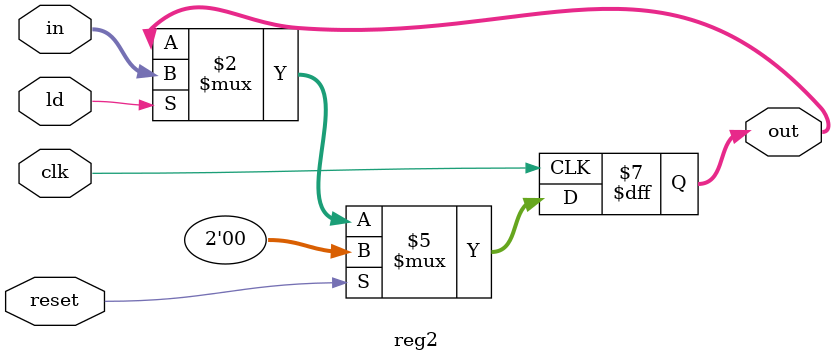
<source format=v>

module datapath(lt,gt,eq,ld_item,ld_price,ld_bal,ld_coin,coin_sel,bal_sel,item_sel,clk,reset);
parameter ITEM0_PRICE=8'd10,ITEM1_PRICE=8'd20,ITEM2_PRICE=8'd50,ITEM3_PRICE=8'd100;
parameter COIN0_PRICE=8'd0,COIN1_PRICE=8'd5,COIN2_PRICE=8'd10,COIN3_PRICE=8'd20;
output lt,gt,eq;
input [1:0] bal_sel,coin_sel,item_sel;
input ld_item,ld_price,ld_bal,ld_coin,clk,reset;
wire [7:0] item_out,price_out,bal_out,coin_mux_out,coin_out,sub_out,add_out,bal_mux_out;
wire [1:0] item_reg_out;
mux4to1 ITEM(.out(item_out),.in({ITEM3_PRICE, ITEM2_PRICE, ITEM1_PRICE, ITEM0_PRICE}),.sel(item_reg_out));
reg2 ITEM_REG(item_reg_out,item_sel,ld_item,clk,reset);
reg8 PRICE(price_out,item_out,ld_price,clk,reset);
comp COMP(lt,gt,eq,bal_out,price_out);
reg8 BAL_REG(bal_out,bal_mux_out,ld_bal,clk,reset);
adder ADDER(add_out,coin_out,bal_out);
sub SUB(sub_out,bal_out,price_out);
reg8 COIN_REG(coin_out,coin_mux_out,ld_coin,clk,reset);
mux4to1 COIN(.out(coin_mux_out),.in({COIN3_PRICE,COIN2_PRICE,COIN1_PRICE,COIN0_PRICE}),.sel(coin_sel));
mux4to1 MUX(.out(bal_mux_out),.in({bal_out,sub_out,add_out,8'd0}),.sel(bal_sel));
endmodule


// 4 to 1 mux
module mux4to1(out,in,sel);
input [31:0] in;
input [1:0] sel;
output [7:0] out;
assign out = in[sel*8 +: 8];
endmodule

// adder
module adder(sum,a,b);
input [7:0] a,b;
output [7:0] sum;
assign sum = a+b;
endmodule

// subtracter 
module sub(diff,x,y);
input [7:0] x,y;
output [7:0] diff;
assign diff = x-y;
endmodule

// comparator
module comp(lt,gt,eq,p,q);
input [7:0] p,q;
output lt,gt,eq;
assign lt = p<q;
assign gt = p>q;
assign eq = p==q;
endmodule

// 8 bit register
module reg8(out,in,ld,clk,reset);
input [7:0] in;
output reg [7:0] out;
input ld,clk,reset;
always @(posedge clk)
if(reset)
out<=8'd0;
else if(ld)
out<=in;
endmodule

// 2 bit register
module reg2(out,in,ld,clk,reset);
input [1:0] in;
output reg [1:0] out;
input ld,clk,reset;
always @(posedge clk)
if(reset)
out<=2'd0;
else if(ld)
out<=in;
endmodule
</source>
